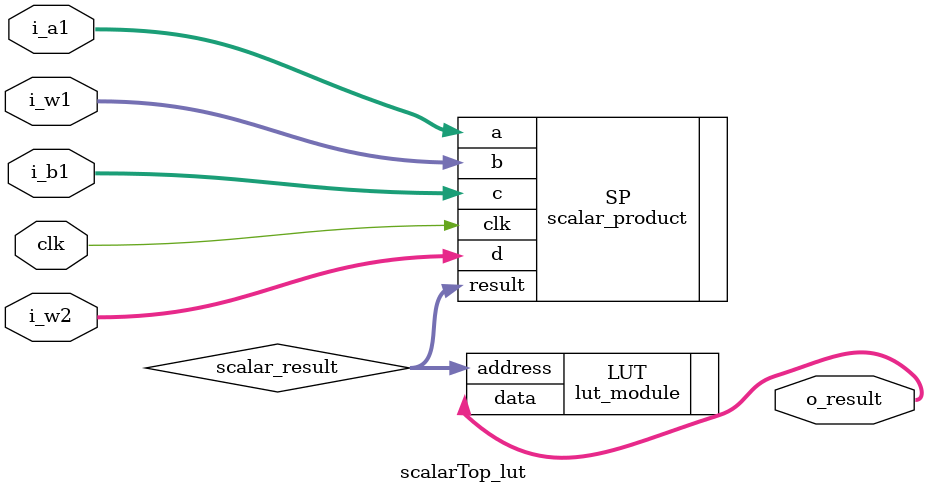
<source format=v>

module scalarTop_lut(
    input clk,                     // Clock signal
    input [31:0] i_a1,             // First input for first multiplier
    input [31:0] i_w1,             // Second input for first multiplier
    input [31:0] i_b1,             // First input for second multiplier
    input [31:0] i_w2,             // Second input for second multiplier
    output [31:0] o_result         // Final output after LUT
);

    wire [31:0] scalar_result;

    // Defining the Scalar Product module (with two multipliers)
    scalar_product SP (
        .clk(clk),
        .a(i_a1),
        .b(i_w1),
        .c(i_b1),
        .d(i_w2),
        .result(scalar_result)
    );

    // Defining the LUT module
    lut_module LUT (
        .address(scalar_result),
        .data(o_result)
    );

endmodule

</source>
